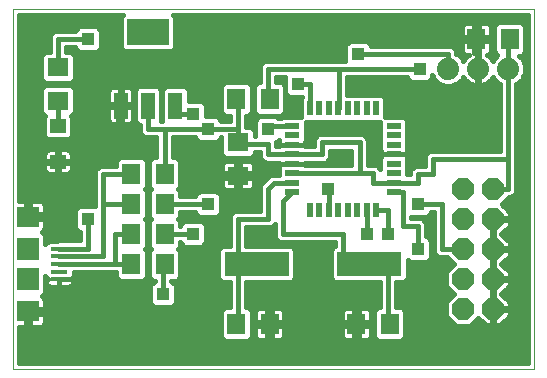
<source format=gtl>
G75*
%MOIN*%
%OFA0B0*%
%FSLAX25Y25*%
%IPPOS*%
%LPD*%
%AMOC8*
5,1,8,0,0,1.08239X$1,22.5*
%
%ADD10C,0.00000*%
%ADD11R,0.06299X0.07087*%
%ADD12R,0.07087X0.06299*%
%ADD13R,0.05512X0.04724*%
%ADD14R,0.05000X0.02200*%
%ADD15R,0.02200X0.05000*%
%ADD16R,0.05512X0.01378*%
%ADD17R,0.07480X0.07087*%
%ADD18R,0.07480X0.07480*%
%ADD19OC8,0.07400*%
%ADD20C,0.07400*%
%ADD21R,0.21654X0.07874*%
%ADD22R,0.04800X0.08800*%
%ADD23R,0.14173X0.08661*%
%ADD24C,0.01600*%
%ADD25R,0.04362X0.04362*%
D10*
X0010500Y0006000D02*
X0010500Y0125961D01*
X0184201Y0125961D01*
X0184201Y0006000D01*
X0010500Y0006000D01*
D11*
X0049988Y0041000D03*
X0061012Y0041000D03*
X0061012Y0051000D03*
X0049988Y0051000D03*
X0049988Y0061000D03*
X0061012Y0061000D03*
X0061012Y0071000D03*
X0049988Y0071000D03*
X0084988Y0096000D03*
X0096012Y0096000D03*
X0164988Y0116000D03*
X0176012Y0116000D03*
X0136012Y0021000D03*
X0124988Y0021000D03*
X0096012Y0021000D03*
X0084988Y0021000D03*
D12*
X0085500Y0070488D03*
X0085500Y0081512D03*
X0025500Y0095488D03*
X0025500Y0106512D03*
D13*
X0025500Y0086906D03*
X0025500Y0075094D03*
D14*
X0103600Y0074425D03*
X0103600Y0077575D03*
X0103600Y0080724D03*
X0103600Y0083874D03*
X0103600Y0087024D03*
X0103600Y0071276D03*
X0103600Y0068126D03*
X0103600Y0064976D03*
X0137400Y0064976D03*
X0137400Y0068126D03*
X0137400Y0071276D03*
X0137400Y0074425D03*
X0137400Y0077575D03*
X0137400Y0080724D03*
X0137400Y0083874D03*
X0137400Y0087024D03*
D15*
X0131524Y0092900D03*
X0128374Y0092900D03*
X0125224Y0092900D03*
X0122075Y0092900D03*
X0118925Y0092900D03*
X0115776Y0092900D03*
X0112626Y0092900D03*
X0109476Y0092900D03*
X0109476Y0059100D03*
X0112626Y0059100D03*
X0115776Y0059100D03*
X0118925Y0059100D03*
X0122075Y0059100D03*
X0125224Y0059100D03*
X0128374Y0059100D03*
X0131524Y0059100D03*
D16*
X0025933Y0046118D03*
X0025933Y0043559D03*
X0025933Y0041000D03*
X0025933Y0038441D03*
X0025933Y0035882D03*
D17*
X0015500Y0025252D03*
X0015500Y0056748D03*
D18*
X0015500Y0046000D03*
X0015500Y0036000D03*
D19*
X0160500Y0036000D03*
X0170500Y0036000D03*
X0170500Y0046000D03*
X0160500Y0046000D03*
X0160500Y0056000D03*
X0170500Y0056000D03*
X0170500Y0066000D03*
X0160500Y0066000D03*
X0160500Y0026000D03*
X0170500Y0026000D03*
D20*
X0165500Y0106000D03*
X0155500Y0106000D03*
X0175500Y0106000D03*
D21*
X0129201Y0041000D03*
X0091799Y0041000D03*
D22*
X0064600Y0093800D03*
X0055500Y0093800D03*
X0046400Y0093800D03*
D23*
X0055500Y0118201D03*
D24*
X0046413Y0117896D02*
X0039681Y0117896D01*
X0039681Y0119010D02*
X0038510Y0120181D01*
X0032490Y0120181D01*
X0031319Y0119010D01*
X0031319Y0118800D01*
X0024943Y0118800D01*
X0023914Y0118374D01*
X0023126Y0117586D01*
X0022700Y0116557D01*
X0022700Y0111661D01*
X0021128Y0111661D01*
X0019957Y0110490D01*
X0019957Y0102534D01*
X0021128Y0101362D01*
X0029872Y0101362D01*
X0031043Y0102534D01*
X0031043Y0110490D01*
X0029872Y0111661D01*
X0028300Y0111661D01*
X0028300Y0113200D01*
X0031319Y0113200D01*
X0031319Y0112990D01*
X0032490Y0111819D01*
X0038510Y0111819D01*
X0039681Y0112990D01*
X0039681Y0119010D01*
X0039196Y0119494D02*
X0046413Y0119494D01*
X0046413Y0121093D02*
X0012500Y0121093D01*
X0012500Y0119494D02*
X0031804Y0119494D01*
X0035500Y0116000D02*
X0025500Y0116000D01*
X0025500Y0106512D01*
X0019957Y0106706D02*
X0012500Y0106706D01*
X0012500Y0105108D02*
X0019957Y0105108D01*
X0019957Y0103509D02*
X0012500Y0103509D01*
X0012500Y0101911D02*
X0020580Y0101911D01*
X0021128Y0100638D02*
X0019957Y0099466D01*
X0019957Y0091510D01*
X0021057Y0090409D01*
X0020744Y0090096D01*
X0020744Y0083715D01*
X0021916Y0082543D01*
X0029084Y0082543D01*
X0030256Y0083715D01*
X0030256Y0090096D01*
X0029943Y0090409D01*
X0031043Y0091510D01*
X0031043Y0099466D01*
X0029872Y0100638D01*
X0021128Y0100638D01*
X0020803Y0100312D02*
X0012500Y0100312D01*
X0012500Y0098714D02*
X0019957Y0098714D01*
X0019957Y0097115D02*
X0012500Y0097115D01*
X0012500Y0095517D02*
X0019957Y0095517D01*
X0019957Y0093918D02*
X0012500Y0093918D01*
X0012500Y0092320D02*
X0019957Y0092320D01*
X0020746Y0090721D02*
X0012500Y0090721D01*
X0012500Y0089123D02*
X0020744Y0089123D01*
X0020744Y0087524D02*
X0012500Y0087524D01*
X0012500Y0085926D02*
X0020744Y0085926D01*
X0020744Y0084327D02*
X0012500Y0084327D01*
X0012500Y0082729D02*
X0021730Y0082729D01*
X0022507Y0079257D02*
X0022049Y0079134D01*
X0021639Y0078897D01*
X0021304Y0078562D01*
X0021067Y0078151D01*
X0020944Y0077694D01*
X0020944Y0075476D01*
X0025119Y0075476D01*
X0025119Y0079257D01*
X0022507Y0079257D01*
X0021008Y0077933D02*
X0012500Y0077933D01*
X0012500Y0076334D02*
X0020944Y0076334D01*
X0020944Y0074713D02*
X0020944Y0072495D01*
X0021067Y0072038D01*
X0021304Y0071627D01*
X0021639Y0071292D01*
X0022049Y0071055D01*
X0022507Y0070932D01*
X0025119Y0070932D01*
X0025119Y0074713D01*
X0025881Y0074713D01*
X0025881Y0070932D01*
X0028493Y0070932D01*
X0028951Y0071055D01*
X0029361Y0071292D01*
X0029696Y0071627D01*
X0029933Y0072038D01*
X0030056Y0072495D01*
X0030056Y0074713D01*
X0025881Y0074713D01*
X0025881Y0075476D01*
X0025119Y0075476D01*
X0025119Y0074713D01*
X0020944Y0074713D01*
X0020944Y0073137D02*
X0012500Y0073137D01*
X0012500Y0074736D02*
X0025119Y0074736D01*
X0025500Y0075094D02*
X0025500Y0066000D01*
X0035500Y0066000D01*
X0035500Y0081000D01*
X0045500Y0081000D01*
X0045500Y0091000D01*
X0046400Y0091000D01*
X0046400Y0093800D01*
X0046800Y0093918D02*
X0051100Y0093918D01*
X0050600Y0094200D02*
X0050600Y0098437D01*
X0050477Y0098895D01*
X0050240Y0099305D01*
X0049905Y0099640D01*
X0049495Y0099877D01*
X0049037Y0100000D01*
X0046800Y0100000D01*
X0046800Y0094200D01*
X0050600Y0094200D01*
X0050600Y0093400D02*
X0046800Y0093400D01*
X0046800Y0094200D01*
X0046000Y0094200D01*
X0046000Y0100000D01*
X0043763Y0100000D01*
X0043305Y0099877D01*
X0042895Y0099640D01*
X0042560Y0099305D01*
X0042323Y0098895D01*
X0042200Y0098437D01*
X0042200Y0094200D01*
X0046000Y0094200D01*
X0046000Y0093400D01*
X0046800Y0093400D01*
X0046800Y0087600D01*
X0049037Y0087600D01*
X0049495Y0087723D01*
X0049905Y0087960D01*
X0050240Y0088295D01*
X0050477Y0088705D01*
X0050600Y0089163D01*
X0050600Y0093400D01*
X0050600Y0092320D02*
X0051100Y0092320D01*
X0051100Y0090721D02*
X0050600Y0090721D01*
X0050589Y0089123D02*
X0051100Y0089123D01*
X0051100Y0088572D02*
X0052272Y0087400D01*
X0052700Y0087400D01*
X0052700Y0085443D01*
X0053126Y0084414D01*
X0053914Y0083626D01*
X0054943Y0083200D01*
X0058212Y0083200D01*
X0058212Y0076543D01*
X0057034Y0076543D01*
X0055862Y0075372D01*
X0055862Y0066628D01*
X0056490Y0066000D01*
X0055862Y0065372D01*
X0055862Y0056628D01*
X0056490Y0056000D01*
X0055862Y0055372D01*
X0055862Y0046628D01*
X0056490Y0046000D01*
X0055862Y0045372D01*
X0055862Y0036628D01*
X0057034Y0035457D01*
X0057700Y0035457D01*
X0057700Y0035181D01*
X0057490Y0035181D01*
X0056319Y0034010D01*
X0056319Y0027990D01*
X0057490Y0026819D01*
X0063510Y0026819D01*
X0064681Y0027990D01*
X0064681Y0034010D01*
X0063510Y0035181D01*
X0063300Y0035181D01*
X0063300Y0035457D01*
X0064990Y0035457D01*
X0066161Y0036628D01*
X0066161Y0045372D01*
X0065533Y0046000D01*
X0066161Y0046628D01*
X0066161Y0048200D01*
X0066319Y0048200D01*
X0066319Y0047990D01*
X0067490Y0046819D01*
X0073510Y0046819D01*
X0074681Y0047990D01*
X0074681Y0054010D01*
X0073510Y0055181D01*
X0067490Y0055181D01*
X0066319Y0054010D01*
X0066319Y0053800D01*
X0066161Y0053800D01*
X0066161Y0055372D01*
X0065533Y0056000D01*
X0066161Y0056628D01*
X0066161Y0058200D01*
X0071319Y0058200D01*
X0071319Y0057990D01*
X0072490Y0056819D01*
X0078510Y0056819D01*
X0079681Y0057990D01*
X0079681Y0064010D01*
X0078510Y0065181D01*
X0072490Y0065181D01*
X0071319Y0064010D01*
X0071319Y0063800D01*
X0066161Y0063800D01*
X0066161Y0065372D01*
X0065533Y0066000D01*
X0066161Y0066628D01*
X0066161Y0075372D01*
X0064990Y0076543D01*
X0063812Y0076543D01*
X0063812Y0083200D01*
X0071319Y0083200D01*
X0071319Y0082990D01*
X0072490Y0081819D01*
X0078510Y0081819D01*
X0079681Y0082990D01*
X0079681Y0083200D01*
X0079957Y0083200D01*
X0079957Y0077534D01*
X0081128Y0076362D01*
X0089872Y0076362D01*
X0091043Y0077534D01*
X0091043Y0078200D01*
X0092700Y0078200D01*
X0092700Y0077018D01*
X0093126Y0075989D01*
X0093914Y0075201D01*
X0094943Y0074775D01*
X0099300Y0074775D01*
X0099300Y0074425D01*
X0099300Y0073404D01*
X0099100Y0073204D01*
X0099100Y0070800D01*
X0096943Y0070800D01*
X0095914Y0070374D01*
X0093914Y0068374D01*
X0093126Y0067586D01*
X0092700Y0066557D01*
X0092700Y0058800D01*
X0084943Y0058800D01*
X0083914Y0058374D01*
X0083126Y0057586D01*
X0082700Y0056557D01*
X0082700Y0046937D01*
X0080144Y0046937D01*
X0078972Y0045765D01*
X0078972Y0036235D01*
X0080144Y0035063D01*
X0082700Y0035063D01*
X0082700Y0026543D01*
X0081010Y0026543D01*
X0079839Y0025372D01*
X0079839Y0016628D01*
X0081010Y0015457D01*
X0088966Y0015457D01*
X0090138Y0016628D01*
X0090138Y0025372D01*
X0088966Y0026543D01*
X0088300Y0026543D01*
X0088300Y0035063D01*
X0103454Y0035063D01*
X0104626Y0036235D01*
X0104626Y0045765D01*
X0103454Y0046937D01*
X0088300Y0046937D01*
X0088300Y0053200D01*
X0096057Y0053200D01*
X0097086Y0053626D01*
X0097700Y0054240D01*
X0097700Y0050443D01*
X0098126Y0049414D01*
X0098914Y0048626D01*
X0099943Y0048200D01*
X0117700Y0048200D01*
X0117700Y0046937D01*
X0117546Y0046937D01*
X0116374Y0045765D01*
X0116374Y0036235D01*
X0117546Y0035063D01*
X0132700Y0035063D01*
X0132700Y0026543D01*
X0132034Y0026543D01*
X0130862Y0025372D01*
X0130862Y0016628D01*
X0132034Y0015457D01*
X0139990Y0015457D01*
X0141161Y0016628D01*
X0141161Y0025372D01*
X0139990Y0026543D01*
X0138300Y0026543D01*
X0138300Y0035063D01*
X0140856Y0035063D01*
X0142028Y0036235D01*
X0142028Y0042282D01*
X0142490Y0041819D01*
X0148510Y0041819D01*
X0149681Y0042990D01*
X0149681Y0049010D01*
X0148510Y0050181D01*
X0148300Y0050181D01*
X0148300Y0054057D01*
X0147874Y0055086D01*
X0147086Y0055874D01*
X0146057Y0056300D01*
X0143300Y0056300D01*
X0143300Y0056819D01*
X0148510Y0056819D01*
X0149681Y0057990D01*
X0149681Y0058200D01*
X0150700Y0058200D01*
X0150700Y0045443D01*
X0151126Y0044414D01*
X0151914Y0043626D01*
X0152943Y0043200D01*
X0155239Y0043200D01*
X0157439Y0041000D01*
X0154800Y0038361D01*
X0154800Y0033639D01*
X0157439Y0031000D01*
X0154800Y0028361D01*
X0154800Y0023639D01*
X0158139Y0020300D01*
X0162861Y0020300D01*
X0165641Y0023080D01*
X0168222Y0020500D01*
X0170300Y0020500D01*
X0170300Y0025800D01*
X0170700Y0025800D01*
X0170700Y0026200D01*
X0176000Y0026200D01*
X0176000Y0028278D01*
X0173278Y0031000D01*
X0176000Y0033722D01*
X0176000Y0035800D01*
X0170700Y0035800D01*
X0170700Y0036200D01*
X0176000Y0036200D01*
X0176000Y0038278D01*
X0173278Y0041000D01*
X0176000Y0043722D01*
X0176000Y0045800D01*
X0170700Y0045800D01*
X0170700Y0046200D01*
X0176000Y0046200D01*
X0176000Y0048278D01*
X0173278Y0051000D01*
X0176000Y0053722D01*
X0176000Y0055800D01*
X0170700Y0055800D01*
X0170700Y0056200D01*
X0176000Y0056200D01*
X0176000Y0058278D01*
X0173420Y0060859D01*
X0175761Y0063200D01*
X0176057Y0063200D01*
X0177086Y0063626D01*
X0177874Y0064414D01*
X0178300Y0065443D01*
X0178300Y0100990D01*
X0178729Y0101168D01*
X0180332Y0102771D01*
X0181200Y0104866D01*
X0181200Y0107134D01*
X0180332Y0109229D01*
X0179104Y0110457D01*
X0179990Y0110457D01*
X0181161Y0111628D01*
X0181161Y0120372D01*
X0179990Y0121543D01*
X0172034Y0121543D01*
X0170862Y0120372D01*
X0170862Y0111628D01*
X0171965Y0110526D01*
X0170668Y0109229D01*
X0170381Y0108536D01*
X0170204Y0108883D01*
X0169695Y0109583D01*
X0169083Y0110195D01*
X0168428Y0110671D01*
X0168833Y0110779D01*
X0169243Y0111016D01*
X0169578Y0111351D01*
X0169815Y0111762D01*
X0169938Y0112220D01*
X0169938Y0115225D01*
X0165763Y0115225D01*
X0165763Y0111500D01*
X0165700Y0111500D01*
X0165700Y0106200D01*
X0165300Y0106200D01*
X0165300Y0111500D01*
X0165067Y0111500D01*
X0164213Y0111365D01*
X0164213Y0115225D01*
X0160039Y0115225D01*
X0160039Y0112220D01*
X0160161Y0111762D01*
X0160398Y0111351D01*
X0160733Y0111016D01*
X0161144Y0110779D01*
X0161602Y0110657D01*
X0162552Y0110657D01*
X0161917Y0110195D01*
X0161305Y0109583D01*
X0160796Y0108883D01*
X0160619Y0108536D01*
X0160332Y0109229D01*
X0158729Y0110832D01*
X0158300Y0111010D01*
X0158300Y0111557D01*
X0157874Y0112586D01*
X0157086Y0113374D01*
X0156057Y0113800D01*
X0129681Y0113800D01*
X0129681Y0114010D01*
X0128510Y0115181D01*
X0122490Y0115181D01*
X0121319Y0114010D01*
X0121319Y0108800D01*
X0094943Y0108800D01*
X0093914Y0108374D01*
X0093126Y0107586D01*
X0092700Y0106557D01*
X0092700Y0101543D01*
X0092034Y0101543D01*
X0090862Y0100372D01*
X0090862Y0091628D01*
X0092034Y0090457D01*
X0099990Y0090457D01*
X0101161Y0091628D01*
X0101161Y0100372D01*
X0099990Y0101543D01*
X0098300Y0101543D01*
X0098300Y0103200D01*
X0101319Y0103200D01*
X0101319Y0097990D01*
X0102490Y0096819D01*
X0106676Y0096819D01*
X0106676Y0096528D01*
X0106376Y0096228D01*
X0106376Y0090124D01*
X0100272Y0090124D01*
X0099948Y0089800D01*
X0098891Y0089800D01*
X0098510Y0090181D01*
X0092490Y0090181D01*
X0091319Y0089010D01*
X0091319Y0083800D01*
X0091043Y0083800D01*
X0091043Y0085490D01*
X0089872Y0086661D01*
X0088300Y0086661D01*
X0088300Y0090457D01*
X0088966Y0090457D01*
X0090138Y0091628D01*
X0090138Y0100372D01*
X0088966Y0101543D01*
X0081010Y0101543D01*
X0079839Y0100372D01*
X0079839Y0091628D01*
X0081010Y0090457D01*
X0082700Y0090457D01*
X0082700Y0088800D01*
X0079681Y0088800D01*
X0079681Y0089010D01*
X0078510Y0090181D01*
X0074681Y0090181D01*
X0074681Y0094010D01*
X0073510Y0095181D01*
X0069000Y0095181D01*
X0069000Y0099028D01*
X0067828Y0100200D01*
X0061372Y0100200D01*
X0060200Y0099028D01*
X0060200Y0088800D01*
X0059900Y0088800D01*
X0059900Y0099028D01*
X0058728Y0100200D01*
X0052272Y0100200D01*
X0051100Y0099028D01*
X0051100Y0088572D01*
X0052147Y0087524D02*
X0030256Y0087524D01*
X0030256Y0085926D02*
X0052700Y0085926D01*
X0055500Y0086000D02*
X0061012Y0086000D01*
X0061012Y0071000D01*
X0060500Y0071000D01*
X0055862Y0071539D02*
X0055138Y0071539D01*
X0055138Y0069940D02*
X0055862Y0069940D01*
X0055862Y0068342D02*
X0055138Y0068342D01*
X0055138Y0066743D02*
X0055862Y0066743D01*
X0055138Y0066628D02*
X0054510Y0066000D01*
X0055138Y0065372D01*
X0055138Y0056628D01*
X0054510Y0056000D01*
X0055138Y0055372D01*
X0055138Y0046628D01*
X0054510Y0046000D01*
X0055138Y0045372D01*
X0055138Y0036628D01*
X0053966Y0035457D01*
X0046010Y0035457D01*
X0044839Y0036628D01*
X0044839Y0038200D01*
X0030689Y0038200D01*
X0030689Y0036924D01*
X0030489Y0036724D01*
X0030489Y0035882D01*
X0029647Y0035882D01*
X0029647Y0035882D01*
X0030489Y0035882D01*
X0030489Y0034956D01*
X0030366Y0034498D01*
X0030129Y0034088D01*
X0029794Y0033753D01*
X0029384Y0033516D01*
X0028926Y0033393D01*
X0025933Y0033393D01*
X0025933Y0035752D01*
X0025933Y0035752D01*
X0025933Y0033393D01*
X0022940Y0033393D01*
X0022482Y0033516D01*
X0022072Y0033753D01*
X0021737Y0034088D01*
X0021500Y0034498D01*
X0021377Y0034956D01*
X0021377Y0035882D01*
X0021377Y0036724D01*
X0021240Y0036861D01*
X0021240Y0031431D01*
X0020155Y0030346D01*
X0020345Y0030236D01*
X0020681Y0029900D01*
X0020917Y0029490D01*
X0021040Y0029032D01*
X0021040Y0026052D01*
X0016300Y0026052D01*
X0016300Y0024452D01*
X0021040Y0024452D01*
X0021040Y0021472D01*
X0020917Y0021014D01*
X0020681Y0020603D01*
X0020345Y0020268D01*
X0019935Y0020031D01*
X0019477Y0019909D01*
X0016300Y0019909D01*
X0016300Y0024452D01*
X0014700Y0024452D01*
X0014700Y0019909D01*
X0012500Y0019909D01*
X0012500Y0008000D01*
X0182201Y0008000D01*
X0182201Y0123961D01*
X0063986Y0123961D01*
X0064587Y0123360D01*
X0064587Y0113042D01*
X0063415Y0111870D01*
X0047585Y0111870D01*
X0046413Y0113042D01*
X0046413Y0123360D01*
X0047014Y0123961D01*
X0012500Y0123961D01*
X0012500Y0062091D01*
X0014700Y0062091D01*
X0014700Y0057548D01*
X0016300Y0057548D01*
X0021040Y0057548D01*
X0021040Y0060528D01*
X0020917Y0060986D01*
X0020681Y0061397D01*
X0020345Y0061732D01*
X0019935Y0061969D01*
X0019477Y0062091D01*
X0016300Y0062091D01*
X0016300Y0057548D01*
X0016300Y0055948D01*
X0021040Y0055948D01*
X0021040Y0052968D01*
X0020917Y0052510D01*
X0020681Y0052099D01*
X0020345Y0051764D01*
X0020155Y0051654D01*
X0021240Y0050569D01*
X0021240Y0047698D01*
X0022349Y0048807D01*
X0025108Y0048807D01*
X0025376Y0048918D01*
X0032700Y0048918D01*
X0032700Y0051819D01*
X0032490Y0051819D01*
X0031319Y0052990D01*
X0031319Y0059010D01*
X0032490Y0060181D01*
X0037700Y0060181D01*
X0037700Y0071557D01*
X0038126Y0072586D01*
X0038914Y0073374D01*
X0039943Y0073800D01*
X0044839Y0073800D01*
X0044839Y0075372D01*
X0046010Y0076543D01*
X0053966Y0076543D01*
X0055138Y0075372D01*
X0055138Y0066628D01*
X0055138Y0065145D02*
X0055862Y0065145D01*
X0055862Y0063546D02*
X0055138Y0063546D01*
X0055138Y0061948D02*
X0055862Y0061948D01*
X0055862Y0060349D02*
X0055138Y0060349D01*
X0055138Y0058751D02*
X0055862Y0058751D01*
X0055862Y0057152D02*
X0055138Y0057152D01*
X0054956Y0055554D02*
X0056044Y0055554D01*
X0055862Y0053955D02*
X0055138Y0053955D01*
X0055138Y0052357D02*
X0055862Y0052357D01*
X0055862Y0050758D02*
X0055138Y0050758D01*
X0055138Y0049160D02*
X0055862Y0049160D01*
X0055862Y0047561D02*
X0055138Y0047561D01*
X0054547Y0045963D02*
X0056453Y0045963D01*
X0055862Y0044364D02*
X0055138Y0044364D01*
X0055138Y0042766D02*
X0055862Y0042766D01*
X0055862Y0041167D02*
X0055138Y0041167D01*
X0055138Y0039569D02*
X0055862Y0039569D01*
X0055862Y0037970D02*
X0055138Y0037970D01*
X0054881Y0036372D02*
X0056119Y0036372D01*
X0057083Y0034773D02*
X0030440Y0034773D01*
X0030489Y0036372D02*
X0045095Y0036372D01*
X0044839Y0037970D02*
X0030689Y0037970D01*
X0025933Y0035882D02*
X0035500Y0035882D01*
X0035500Y0031000D01*
X0040500Y0031000D01*
X0040500Y0011000D01*
X0110500Y0011000D01*
X0110500Y0021000D01*
X0096012Y0021000D01*
X0096787Y0020387D02*
X0124213Y0020387D01*
X0124213Y0020225D02*
X0120039Y0020225D01*
X0120039Y0017220D01*
X0120161Y0016762D01*
X0120398Y0016351D01*
X0120733Y0016016D01*
X0121144Y0015779D01*
X0121602Y0015657D01*
X0124213Y0015657D01*
X0124213Y0020225D01*
X0124213Y0021775D01*
X0120039Y0021775D01*
X0120039Y0024780D01*
X0120161Y0025238D01*
X0120398Y0025649D01*
X0120733Y0025984D01*
X0121144Y0026221D01*
X0121602Y0026343D01*
X0124213Y0026343D01*
X0124213Y0021775D01*
X0125763Y0021775D01*
X0125763Y0026343D01*
X0128375Y0026343D01*
X0128833Y0026221D01*
X0129243Y0025984D01*
X0129578Y0025649D01*
X0129815Y0025238D01*
X0129938Y0024780D01*
X0129938Y0021775D01*
X0125763Y0021775D01*
X0125763Y0020225D01*
X0125763Y0015657D01*
X0128375Y0015657D01*
X0128833Y0015779D01*
X0129243Y0016016D01*
X0129578Y0016351D01*
X0129815Y0016762D01*
X0129938Y0017220D01*
X0129938Y0020225D01*
X0125763Y0020225D01*
X0124213Y0020225D01*
X0124988Y0021000D02*
X0124988Y0011000D01*
X0170500Y0011000D01*
X0170500Y0026000D01*
X0170500Y0036000D01*
X0170500Y0046000D01*
X0170500Y0056000D01*
X0170700Y0055800D02*
X0170700Y0046200D01*
X0170300Y0046200D01*
X0170300Y0051500D01*
X0170300Y0055800D01*
X0170700Y0055800D01*
X0170700Y0055554D02*
X0170300Y0055554D01*
X0170300Y0053955D02*
X0170700Y0053955D01*
X0170700Y0052357D02*
X0170300Y0052357D01*
X0170300Y0050758D02*
X0170700Y0050758D01*
X0170700Y0049160D02*
X0170300Y0049160D01*
X0170300Y0047561D02*
X0170700Y0047561D01*
X0170700Y0045963D02*
X0182201Y0045963D01*
X0182201Y0044364D02*
X0176000Y0044364D01*
X0175044Y0042766D02*
X0182201Y0042766D01*
X0182201Y0041167D02*
X0173445Y0041167D01*
X0174709Y0039569D02*
X0182201Y0039569D01*
X0182201Y0037970D02*
X0176000Y0037970D01*
X0176000Y0036372D02*
X0182201Y0036372D01*
X0182201Y0034773D02*
X0176000Y0034773D01*
X0175453Y0033175D02*
X0182201Y0033175D01*
X0182201Y0031576D02*
X0173854Y0031576D01*
X0174300Y0029978D02*
X0182201Y0029978D01*
X0182201Y0028379D02*
X0175899Y0028379D01*
X0176000Y0026781D02*
X0182201Y0026781D01*
X0182201Y0025182D02*
X0176000Y0025182D01*
X0176000Y0025800D02*
X0176000Y0023722D01*
X0172778Y0020500D01*
X0170700Y0020500D01*
X0170700Y0025800D01*
X0176000Y0025800D01*
X0175862Y0023584D02*
X0182201Y0023584D01*
X0182201Y0021985D02*
X0174263Y0021985D01*
X0170700Y0021985D02*
X0170300Y0021985D01*
X0170300Y0023584D02*
X0170700Y0023584D01*
X0170700Y0025182D02*
X0170300Y0025182D01*
X0170300Y0026200D02*
X0170300Y0031500D01*
X0170300Y0035800D01*
X0170700Y0035800D01*
X0170700Y0026200D01*
X0170300Y0026200D01*
X0170300Y0026781D02*
X0170700Y0026781D01*
X0170700Y0028379D02*
X0170300Y0028379D01*
X0170300Y0029978D02*
X0170700Y0029978D01*
X0170700Y0031576D02*
X0170300Y0031576D01*
X0170300Y0033175D02*
X0170700Y0033175D01*
X0170700Y0034773D02*
X0170300Y0034773D01*
X0170300Y0036200D02*
X0170300Y0041500D01*
X0170300Y0045800D01*
X0170700Y0045800D01*
X0170700Y0036200D01*
X0170300Y0036200D01*
X0170300Y0036372D02*
X0170700Y0036372D01*
X0170700Y0037970D02*
X0170300Y0037970D01*
X0170300Y0039569D02*
X0170700Y0039569D01*
X0170700Y0041167D02*
X0170300Y0041167D01*
X0170300Y0042766D02*
X0170700Y0042766D01*
X0170700Y0044364D02*
X0170300Y0044364D01*
X0176000Y0047561D02*
X0182201Y0047561D01*
X0182201Y0049160D02*
X0175118Y0049160D01*
X0173520Y0050758D02*
X0182201Y0050758D01*
X0182201Y0052357D02*
X0174635Y0052357D01*
X0176000Y0053955D02*
X0182201Y0053955D01*
X0182201Y0055554D02*
X0176000Y0055554D01*
X0176000Y0057152D02*
X0182201Y0057152D01*
X0182201Y0058751D02*
X0175527Y0058751D01*
X0173929Y0060349D02*
X0182201Y0060349D01*
X0182201Y0061948D02*
X0174509Y0061948D01*
X0176893Y0063546D02*
X0182201Y0063546D01*
X0182201Y0065145D02*
X0178177Y0065145D01*
X0175500Y0066000D02*
X0175500Y0076000D01*
X0150500Y0076000D01*
X0150500Y0071000D01*
X0145500Y0071000D01*
X0145500Y0068126D01*
X0137400Y0068126D01*
X0137400Y0068000D01*
X0130500Y0068000D01*
X0130500Y0071276D01*
X0126000Y0071276D01*
X0126000Y0081500D01*
X0113500Y0081500D01*
X0113500Y0077500D01*
X0103600Y0077500D01*
X0103600Y0077575D01*
X0095500Y0077575D01*
X0095500Y0081000D01*
X0085500Y0081000D01*
X0085500Y0081512D01*
X0085500Y0086000D01*
X0075500Y0086000D01*
X0061012Y0086000D01*
X0060200Y0089123D02*
X0059900Y0089123D01*
X0059900Y0090721D02*
X0060200Y0090721D01*
X0060200Y0092320D02*
X0059900Y0092320D01*
X0059900Y0093918D02*
X0060200Y0093918D01*
X0060200Y0095517D02*
X0059900Y0095517D01*
X0059900Y0097115D02*
X0060200Y0097115D01*
X0060200Y0098714D02*
X0059900Y0098714D01*
X0055500Y0093800D02*
X0055500Y0086000D01*
X0053213Y0084327D02*
X0030256Y0084327D01*
X0029270Y0082729D02*
X0058212Y0082729D01*
X0058212Y0081130D02*
X0012500Y0081130D01*
X0012500Y0079532D02*
X0058212Y0079532D01*
X0058212Y0077933D02*
X0029992Y0077933D01*
X0029933Y0078151D02*
X0030056Y0077694D01*
X0030056Y0075476D01*
X0025881Y0075476D01*
X0025881Y0079257D01*
X0028493Y0079257D01*
X0028951Y0079134D01*
X0029361Y0078897D01*
X0029696Y0078562D01*
X0029933Y0078151D01*
X0030056Y0076334D02*
X0045801Y0076334D01*
X0044839Y0074736D02*
X0025881Y0074736D01*
X0025881Y0076334D02*
X0025119Y0076334D01*
X0025119Y0077933D02*
X0025881Y0077933D01*
X0025881Y0073137D02*
X0025119Y0073137D01*
X0025119Y0071539D02*
X0025881Y0071539D01*
X0029608Y0071539D02*
X0037700Y0071539D01*
X0037700Y0069940D02*
X0012500Y0069940D01*
X0012500Y0068342D02*
X0037700Y0068342D01*
X0037700Y0066743D02*
X0012500Y0066743D01*
X0012500Y0065145D02*
X0037700Y0065145D01*
X0037700Y0063546D02*
X0012500Y0063546D01*
X0014700Y0061948D02*
X0016300Y0061948D01*
X0016300Y0060349D02*
X0014700Y0060349D01*
X0014700Y0058751D02*
X0016300Y0058751D01*
X0016300Y0057152D02*
X0031319Y0057152D01*
X0031319Y0055554D02*
X0021040Y0055554D01*
X0021040Y0053955D02*
X0031319Y0053955D01*
X0031953Y0052357D02*
X0020829Y0052357D01*
X0021050Y0050758D02*
X0032700Y0050758D01*
X0032700Y0049160D02*
X0021240Y0049160D01*
X0025933Y0046118D02*
X0035500Y0046118D01*
X0035500Y0056000D01*
X0031319Y0058751D02*
X0021040Y0058751D01*
X0021040Y0060349D02*
X0037700Y0060349D01*
X0037700Y0061948D02*
X0019971Y0061948D01*
X0025500Y0061000D02*
X0025500Y0066000D01*
X0021392Y0071539D02*
X0012500Y0071539D01*
X0030056Y0073137D02*
X0038678Y0073137D01*
X0040500Y0071000D02*
X0049988Y0071000D01*
X0055138Y0073137D02*
X0055862Y0073137D01*
X0055862Y0074736D02*
X0055138Y0074736D01*
X0054175Y0076334D02*
X0056825Y0076334D01*
X0063812Y0077933D02*
X0079957Y0077933D01*
X0081262Y0075315D02*
X0081720Y0075438D01*
X0084725Y0075438D01*
X0084725Y0071263D01*
X0084725Y0069713D01*
X0086275Y0069713D01*
X0086275Y0065539D01*
X0089280Y0065539D01*
X0089738Y0065661D01*
X0090149Y0065898D01*
X0090484Y0066233D01*
X0090721Y0066644D01*
X0090843Y0067102D01*
X0090843Y0069713D01*
X0086275Y0069713D01*
X0086275Y0071263D01*
X0090843Y0071263D01*
X0090843Y0073875D01*
X0090721Y0074333D01*
X0090484Y0074743D01*
X0090149Y0075078D01*
X0089738Y0075315D01*
X0089280Y0075438D01*
X0086275Y0075438D01*
X0086275Y0071263D01*
X0084725Y0071263D01*
X0080157Y0071263D01*
X0080157Y0073875D01*
X0080279Y0074333D01*
X0080516Y0074743D01*
X0080851Y0075078D01*
X0081262Y0075315D01*
X0080512Y0074736D02*
X0066161Y0074736D01*
X0066161Y0073137D02*
X0080157Y0073137D01*
X0080157Y0071539D02*
X0066161Y0071539D01*
X0066161Y0069940D02*
X0084725Y0069940D01*
X0084725Y0069713D02*
X0080157Y0069713D01*
X0080157Y0067102D01*
X0080279Y0066644D01*
X0080516Y0066233D01*
X0080851Y0065898D01*
X0081262Y0065661D01*
X0081720Y0065539D01*
X0084725Y0065539D01*
X0084725Y0069713D01*
X0085500Y0070488D02*
X0085500Y0071000D01*
X0095500Y0071000D01*
X0095500Y0074425D01*
X0103600Y0074425D01*
X0099300Y0074425D01*
X0103600Y0074425D01*
X0103600Y0074425D01*
X0103600Y0074425D01*
X0107900Y0074425D01*
X0107900Y0074076D01*
X0123200Y0074076D01*
X0123200Y0078700D01*
X0116300Y0078700D01*
X0116300Y0078057D01*
X0116300Y0076943D01*
X0115874Y0075914D01*
X0115086Y0075126D01*
X0114057Y0074700D01*
X0107900Y0074700D01*
X0107900Y0074425D01*
X0103600Y0074425D01*
X0117500Y0074425D01*
X0117500Y0077000D01*
X0116300Y0077933D02*
X0123200Y0077933D01*
X0123200Y0076334D02*
X0116048Y0076334D01*
X0114144Y0074736D02*
X0123200Y0074736D01*
X0126000Y0071276D02*
X0103600Y0071276D01*
X0103600Y0068126D02*
X0103600Y0068000D01*
X0097500Y0068000D01*
X0095500Y0066000D01*
X0095500Y0056000D01*
X0085500Y0056000D01*
X0085500Y0041000D01*
X0091799Y0041000D01*
X0095500Y0041000D01*
X0104626Y0041167D02*
X0116374Y0041167D01*
X0116374Y0042766D02*
X0104626Y0042766D01*
X0104626Y0044364D02*
X0116374Y0044364D01*
X0116571Y0045963D02*
X0104429Y0045963D01*
X0098380Y0049160D02*
X0088300Y0049160D01*
X0088300Y0050758D02*
X0097700Y0050758D01*
X0097700Y0052357D02*
X0088300Y0052357D01*
X0088300Y0047561D02*
X0117700Y0047561D01*
X0120500Y0051000D02*
X0120500Y0041000D01*
X0129201Y0041000D01*
X0135500Y0041000D01*
X0135500Y0021000D01*
X0136012Y0021000D01*
X0141161Y0020387D02*
X0158052Y0020387D01*
X0156454Y0021985D02*
X0141161Y0021985D01*
X0141161Y0023584D02*
X0154855Y0023584D01*
X0154800Y0025182D02*
X0141161Y0025182D01*
X0138300Y0026781D02*
X0154800Y0026781D01*
X0154818Y0028379D02*
X0138300Y0028379D01*
X0138300Y0029978D02*
X0156417Y0029978D01*
X0156863Y0031576D02*
X0138300Y0031576D01*
X0138300Y0033175D02*
X0155264Y0033175D01*
X0154800Y0034773D02*
X0138300Y0034773D01*
X0142028Y0036372D02*
X0154800Y0036372D01*
X0154800Y0037970D02*
X0142028Y0037970D01*
X0142028Y0039569D02*
X0156008Y0039569D01*
X0157272Y0041167D02*
X0142028Y0041167D01*
X0145500Y0046000D02*
X0145500Y0053500D01*
X0140500Y0053500D01*
X0140500Y0065000D01*
X0137400Y0065000D01*
X0137400Y0064976D01*
X0135500Y0059100D02*
X0131524Y0059100D01*
X0128500Y0059100D02*
X0128374Y0059100D01*
X0128374Y0051000D01*
X0128500Y0051000D01*
X0135500Y0051000D02*
X0135500Y0059100D01*
X0145500Y0061000D02*
X0153500Y0061000D01*
X0153500Y0046000D01*
X0160500Y0046000D01*
X0155673Y0042766D02*
X0149456Y0042766D01*
X0149681Y0044364D02*
X0151176Y0044364D01*
X0150700Y0045963D02*
X0149681Y0045963D01*
X0149681Y0047561D02*
X0150700Y0047561D01*
X0150700Y0049160D02*
X0149531Y0049160D01*
X0150700Y0050758D02*
X0148300Y0050758D01*
X0148300Y0052357D02*
X0150700Y0052357D01*
X0150700Y0053955D02*
X0148300Y0053955D01*
X0147406Y0055554D02*
X0150700Y0055554D01*
X0150700Y0057152D02*
X0148843Y0057152D01*
X0142700Y0070926D02*
X0141900Y0070926D01*
X0141900Y0076354D01*
X0141700Y0076554D01*
X0141700Y0077575D01*
X0141700Y0078596D01*
X0141900Y0078796D01*
X0141900Y0088952D01*
X0140728Y0090124D01*
X0134624Y0090124D01*
X0134624Y0096228D01*
X0133452Y0097400D01*
X0121800Y0097400D01*
X0121800Y0103200D01*
X0141819Y0103200D01*
X0141819Y0102990D01*
X0142990Y0101819D01*
X0149010Y0101819D01*
X0150181Y0102990D01*
X0150181Y0103946D01*
X0150668Y0102771D01*
X0152271Y0101168D01*
X0154366Y0100300D01*
X0156634Y0100300D01*
X0158729Y0101168D01*
X0160332Y0102771D01*
X0160619Y0103464D01*
X0160796Y0103117D01*
X0161305Y0102417D01*
X0161917Y0101805D01*
X0162617Y0101296D01*
X0163389Y0100903D01*
X0164212Y0100635D01*
X0165067Y0100500D01*
X0165300Y0100500D01*
X0165300Y0105800D01*
X0165700Y0105800D01*
X0165700Y0100500D01*
X0165933Y0100500D01*
X0166788Y0100635D01*
X0167611Y0100903D01*
X0168383Y0101296D01*
X0169083Y0101805D01*
X0169695Y0102417D01*
X0170204Y0103117D01*
X0170381Y0103464D01*
X0170668Y0102771D01*
X0172271Y0101168D01*
X0172700Y0100990D01*
X0172700Y0078800D01*
X0149943Y0078800D01*
X0148914Y0078374D01*
X0148126Y0077586D01*
X0147700Y0076557D01*
X0147700Y0073800D01*
X0144943Y0073800D01*
X0143914Y0073374D01*
X0143126Y0072586D01*
X0142700Y0071557D01*
X0142700Y0070926D01*
X0142700Y0071539D02*
X0141900Y0071539D01*
X0141900Y0073137D02*
X0143678Y0073137D01*
X0141900Y0074736D02*
X0147700Y0074736D01*
X0147700Y0076334D02*
X0141900Y0076334D01*
X0141700Y0077575D02*
X0137400Y0077575D01*
X0141700Y0077575D01*
X0141700Y0077933D02*
X0148473Y0077933D01*
X0145500Y0077575D02*
X0145500Y0091000D01*
X0165500Y0091000D01*
X0165500Y0106000D01*
X0165500Y0116000D01*
X0165763Y0116297D02*
X0170862Y0116297D01*
X0169938Y0116775D02*
X0169938Y0119780D01*
X0169815Y0120238D01*
X0169578Y0120649D01*
X0169243Y0120984D01*
X0168833Y0121221D01*
X0168375Y0121343D01*
X0165763Y0121343D01*
X0165763Y0116775D01*
X0164213Y0116775D01*
X0164213Y0115225D01*
X0165763Y0115225D01*
X0165763Y0116775D01*
X0169938Y0116775D01*
X0169938Y0117896D02*
X0170862Y0117896D01*
X0170862Y0119494D02*
X0169938Y0119494D01*
X0169054Y0121093D02*
X0171583Y0121093D01*
X0165763Y0121093D02*
X0164213Y0121093D01*
X0164213Y0121343D02*
X0161602Y0121343D01*
X0161144Y0121221D01*
X0160733Y0120984D01*
X0160398Y0120649D01*
X0160161Y0120238D01*
X0160039Y0119780D01*
X0160039Y0116775D01*
X0164213Y0116775D01*
X0164213Y0121343D01*
X0164213Y0119494D02*
X0165763Y0119494D01*
X0165763Y0117896D02*
X0164213Y0117896D01*
X0164213Y0116297D02*
X0064587Y0116297D01*
X0064587Y0114699D02*
X0122008Y0114699D01*
X0121319Y0113100D02*
X0064587Y0113100D01*
X0064587Y0117896D02*
X0160039Y0117896D01*
X0160039Y0119494D02*
X0064587Y0119494D01*
X0064587Y0121093D02*
X0160922Y0121093D01*
X0160039Y0114699D02*
X0128992Y0114699D01*
X0125500Y0111000D02*
X0155500Y0111000D01*
X0155500Y0106000D01*
X0159472Y0101911D02*
X0161811Y0101911D01*
X0165300Y0101911D02*
X0165700Y0101911D01*
X0165700Y0103509D02*
X0165300Y0103509D01*
X0165300Y0105108D02*
X0165700Y0105108D01*
X0165700Y0106706D02*
X0165300Y0106706D01*
X0165300Y0108305D02*
X0165700Y0108305D01*
X0165700Y0109903D02*
X0165300Y0109903D01*
X0165763Y0111502D02*
X0164213Y0111502D01*
X0164213Y0113100D02*
X0165763Y0113100D01*
X0165763Y0114699D02*
X0164213Y0114699D01*
X0160039Y0113100D02*
X0157360Y0113100D01*
X0158300Y0111502D02*
X0160311Y0111502D01*
X0159658Y0109903D02*
X0161625Y0109903D01*
X0169375Y0109903D02*
X0171342Y0109903D01*
X0170989Y0111502D02*
X0169665Y0111502D01*
X0169938Y0113100D02*
X0170862Y0113100D01*
X0170862Y0114699D02*
X0169938Y0114699D01*
X0175500Y0116000D02*
X0176012Y0116000D01*
X0175500Y0116000D02*
X0175500Y0106000D01*
X0175500Y0076000D01*
X0178300Y0076334D02*
X0182201Y0076334D01*
X0182201Y0074736D02*
X0178300Y0074736D01*
X0178300Y0073137D02*
X0182201Y0073137D01*
X0182201Y0071539D02*
X0178300Y0071539D01*
X0178300Y0069940D02*
X0182201Y0069940D01*
X0182201Y0068342D02*
X0178300Y0068342D01*
X0178300Y0066743D02*
X0182201Y0066743D01*
X0175500Y0066000D02*
X0170500Y0066000D01*
X0178300Y0077933D02*
X0182201Y0077933D01*
X0182201Y0079532D02*
X0178300Y0079532D01*
X0178300Y0081130D02*
X0182201Y0081130D01*
X0182201Y0082729D02*
X0178300Y0082729D01*
X0178300Y0084327D02*
X0182201Y0084327D01*
X0182201Y0085926D02*
X0178300Y0085926D01*
X0178300Y0087524D02*
X0182201Y0087524D01*
X0182201Y0089123D02*
X0178300Y0089123D01*
X0178300Y0090721D02*
X0182201Y0090721D01*
X0182201Y0092320D02*
X0178300Y0092320D01*
X0178300Y0093918D02*
X0182201Y0093918D01*
X0182201Y0095517D02*
X0178300Y0095517D01*
X0178300Y0097115D02*
X0182201Y0097115D01*
X0182201Y0098714D02*
X0178300Y0098714D01*
X0178300Y0100312D02*
X0182201Y0100312D01*
X0182201Y0101911D02*
X0179472Y0101911D01*
X0180638Y0103509D02*
X0182201Y0103509D01*
X0182201Y0105108D02*
X0181200Y0105108D01*
X0181200Y0106706D02*
X0182201Y0106706D01*
X0182201Y0108305D02*
X0180715Y0108305D01*
X0179658Y0109903D02*
X0182201Y0109903D01*
X0182201Y0111502D02*
X0181035Y0111502D01*
X0181161Y0113100D02*
X0182201Y0113100D01*
X0182201Y0114699D02*
X0181161Y0114699D01*
X0181161Y0116297D02*
X0182201Y0116297D01*
X0182201Y0117896D02*
X0181161Y0117896D01*
X0181161Y0119494D02*
X0182201Y0119494D01*
X0182201Y0121093D02*
X0180440Y0121093D01*
X0182201Y0122691D02*
X0064587Y0122691D01*
X0046413Y0122691D02*
X0012500Y0122691D01*
X0012500Y0117896D02*
X0023436Y0117896D01*
X0022700Y0116297D02*
X0012500Y0116297D01*
X0012500Y0114699D02*
X0022700Y0114699D01*
X0022700Y0113100D02*
X0012500Y0113100D01*
X0012500Y0111502D02*
X0020969Y0111502D01*
X0019957Y0109903D02*
X0012500Y0109903D01*
X0012500Y0108305D02*
X0019957Y0108305D01*
X0028300Y0113100D02*
X0031319Y0113100D01*
X0030031Y0111502D02*
X0121319Y0111502D01*
X0121319Y0109903D02*
X0031043Y0109903D01*
X0031043Y0108305D02*
X0093845Y0108305D01*
X0092762Y0106706D02*
X0031043Y0106706D01*
X0031043Y0105108D02*
X0092700Y0105108D01*
X0092700Y0103509D02*
X0031043Y0103509D01*
X0030420Y0101911D02*
X0092700Y0101911D01*
X0090862Y0100312D02*
X0090138Y0100312D01*
X0090138Y0098714D02*
X0090862Y0098714D01*
X0090862Y0097115D02*
X0090138Y0097115D01*
X0090138Y0095517D02*
X0090862Y0095517D01*
X0090862Y0093918D02*
X0090138Y0093918D01*
X0090138Y0092320D02*
X0090862Y0092320D01*
X0091769Y0090721D02*
X0089231Y0090721D01*
X0088300Y0089123D02*
X0091432Y0089123D01*
X0091319Y0087524D02*
X0088300Y0087524D01*
X0090608Y0085926D02*
X0091319Y0085926D01*
X0091319Y0084327D02*
X0091043Y0084327D01*
X0095500Y0086000D02*
X0095500Y0087000D01*
X0103600Y0087000D01*
X0103600Y0087024D01*
X0108100Y0087524D02*
X0132900Y0087524D01*
X0132900Y0088400D02*
X0132900Y0078796D01*
X0133100Y0078596D01*
X0133100Y0077575D01*
X0137400Y0077575D01*
X0137400Y0077575D01*
X0137400Y0077575D01*
X0145500Y0077575D01*
X0141900Y0079532D02*
X0172700Y0079532D01*
X0172700Y0081130D02*
X0141900Y0081130D01*
X0141900Y0082729D02*
X0172700Y0082729D01*
X0172700Y0084327D02*
X0141900Y0084327D01*
X0141900Y0085926D02*
X0172700Y0085926D01*
X0172700Y0087524D02*
X0141900Y0087524D01*
X0141729Y0089123D02*
X0172700Y0089123D01*
X0172700Y0090721D02*
X0134624Y0090721D01*
X0132900Y0088400D02*
X0108100Y0088400D01*
X0108100Y0081946D01*
X0107900Y0081746D01*
X0107900Y0080724D01*
X0103600Y0080724D01*
X0103600Y0080724D01*
X0099300Y0080724D01*
X0099300Y0080375D01*
X0098300Y0080375D01*
X0098300Y0081557D01*
X0098191Y0081819D01*
X0098510Y0081819D01*
X0099100Y0082409D01*
X0099100Y0081946D01*
X0099300Y0081746D01*
X0099300Y0080724D01*
X0103600Y0080724D01*
X0103600Y0080724D01*
X0103600Y0080500D01*
X0110000Y0080500D01*
X0110000Y0086000D01*
X0117500Y0086000D01*
X0112943Y0084300D02*
X0111914Y0083874D01*
X0111126Y0083086D01*
X0110700Y0082057D01*
X0110700Y0080300D01*
X0107900Y0080300D01*
X0107900Y0080724D01*
X0103600Y0080724D01*
X0107900Y0081130D02*
X0110700Y0081130D01*
X0110978Y0082729D02*
X0108100Y0082729D01*
X0108100Y0084327D02*
X0132900Y0084327D01*
X0132900Y0082729D02*
X0128522Y0082729D01*
X0128374Y0083086D02*
X0128800Y0082057D01*
X0128800Y0074076D01*
X0131057Y0074076D01*
X0132086Y0073649D01*
X0132874Y0072862D01*
X0132900Y0072798D01*
X0132900Y0076354D01*
X0133100Y0076554D01*
X0133100Y0077575D01*
X0137400Y0077575D01*
X0133100Y0077933D02*
X0128800Y0077933D01*
X0128800Y0076334D02*
X0132900Y0076334D01*
X0132900Y0074736D02*
X0128800Y0074736D01*
X0132598Y0073137D02*
X0132900Y0073137D01*
X0132900Y0079532D02*
X0128800Y0079532D01*
X0128800Y0081130D02*
X0132900Y0081130D01*
X0128374Y0083086D02*
X0127586Y0083874D01*
X0126557Y0084300D01*
X0112943Y0084300D01*
X0108100Y0085926D02*
X0132900Y0085926D01*
X0134624Y0092320D02*
X0172700Y0092320D01*
X0172700Y0093918D02*
X0134624Y0093918D01*
X0134624Y0095517D02*
X0172700Y0095517D01*
X0172700Y0097115D02*
X0133737Y0097115D01*
X0142899Y0101911D02*
X0121800Y0101911D01*
X0121800Y0100312D02*
X0154337Y0100312D01*
X0156663Y0100312D02*
X0172700Y0100312D01*
X0172700Y0098714D02*
X0121800Y0098714D01*
X0119000Y0092900D02*
X0119000Y0106000D01*
X0146000Y0106000D01*
X0150181Y0103509D02*
X0150362Y0103509D01*
X0151528Y0101911D02*
X0149101Y0101911D01*
X0165500Y0091000D02*
X0170500Y0091000D01*
X0171528Y0101911D02*
X0169189Y0101911D01*
X0119000Y0106000D02*
X0095500Y0106000D01*
X0095500Y0096000D01*
X0096012Y0096000D01*
X0101161Y0095517D02*
X0106376Y0095517D01*
X0106376Y0093918D02*
X0101161Y0093918D01*
X0101161Y0092320D02*
X0106376Y0092320D01*
X0106376Y0090721D02*
X0100254Y0090721D01*
X0101161Y0097115D02*
X0102194Y0097115D01*
X0101319Y0098714D02*
X0101161Y0098714D01*
X0101161Y0100312D02*
X0101319Y0100312D01*
X0101319Y0101911D02*
X0098300Y0101911D01*
X0105500Y0101000D02*
X0109476Y0101000D01*
X0109476Y0092900D01*
X0118925Y0092900D02*
X0119000Y0092900D01*
X0099300Y0081130D02*
X0098300Y0081130D01*
X0092700Y0077933D02*
X0091043Y0077933D01*
X0092983Y0076334D02*
X0065199Y0076334D01*
X0063812Y0079532D02*
X0079957Y0079532D01*
X0079957Y0081130D02*
X0063812Y0081130D01*
X0063812Y0082729D02*
X0071581Y0082729D01*
X0079419Y0082729D02*
X0079957Y0082729D01*
X0085500Y0086000D02*
X0085500Y0096000D01*
X0084988Y0096000D01*
X0079839Y0095517D02*
X0069000Y0095517D01*
X0069000Y0097115D02*
X0079839Y0097115D01*
X0079839Y0098714D02*
X0069000Y0098714D01*
X0064600Y0093800D02*
X0064600Y0091000D01*
X0070500Y0091000D01*
X0074681Y0090721D02*
X0080746Y0090721D01*
X0079568Y0089123D02*
X0082700Y0089123D01*
X0079839Y0092320D02*
X0074681Y0092320D01*
X0074681Y0093918D02*
X0079839Y0093918D01*
X0079839Y0100312D02*
X0030197Y0100312D01*
X0031043Y0098714D02*
X0042274Y0098714D01*
X0042200Y0097115D02*
X0031043Y0097115D01*
X0031043Y0095517D02*
X0042200Y0095517D01*
X0042200Y0093400D02*
X0042200Y0089163D01*
X0042323Y0088705D01*
X0042560Y0088295D01*
X0042895Y0087960D01*
X0043305Y0087723D01*
X0043763Y0087600D01*
X0046000Y0087600D01*
X0046000Y0093400D01*
X0042200Y0093400D01*
X0042200Y0092320D02*
X0031043Y0092320D01*
X0031043Y0093918D02*
X0046000Y0093918D01*
X0046000Y0092320D02*
X0046800Y0092320D01*
X0046800Y0090721D02*
X0046000Y0090721D01*
X0046000Y0089123D02*
X0046800Y0089123D01*
X0042211Y0089123D02*
X0030256Y0089123D01*
X0030254Y0090721D02*
X0042200Y0090721D01*
X0046000Y0095517D02*
X0046800Y0095517D01*
X0046800Y0097115D02*
X0046000Y0097115D01*
X0046000Y0098714D02*
X0046800Y0098714D01*
X0050526Y0098714D02*
X0051100Y0098714D01*
X0051100Y0097115D02*
X0050600Y0097115D01*
X0050600Y0095517D02*
X0051100Y0095517D01*
X0025500Y0095488D02*
X0025500Y0086906D01*
X0040500Y0071000D02*
X0040500Y0061000D01*
X0049988Y0061000D01*
X0040500Y0061000D02*
X0040500Y0043559D01*
X0025933Y0043559D01*
X0025933Y0041000D02*
X0044500Y0041000D01*
X0044500Y0051000D01*
X0049988Y0051000D01*
X0061012Y0051000D02*
X0070500Y0051000D01*
X0074681Y0050758D02*
X0082700Y0050758D01*
X0082700Y0049160D02*
X0074681Y0049160D01*
X0074252Y0047561D02*
X0082700Y0047561D01*
X0079170Y0045963D02*
X0065570Y0045963D01*
X0066161Y0044364D02*
X0078972Y0044364D01*
X0078972Y0042766D02*
X0066161Y0042766D01*
X0066161Y0041167D02*
X0078972Y0041167D01*
X0078972Y0039569D02*
X0066161Y0039569D01*
X0066161Y0037970D02*
X0078972Y0037970D01*
X0078972Y0036372D02*
X0065905Y0036372D01*
X0063917Y0034773D02*
X0082700Y0034773D01*
X0082700Y0033175D02*
X0064681Y0033175D01*
X0064681Y0031576D02*
X0082700Y0031576D01*
X0082700Y0029978D02*
X0064681Y0029978D01*
X0064681Y0028379D02*
X0082700Y0028379D01*
X0082700Y0026781D02*
X0021040Y0026781D01*
X0021040Y0028379D02*
X0056319Y0028379D01*
X0056319Y0029978D02*
X0020603Y0029978D01*
X0021240Y0031576D02*
X0056319Y0031576D01*
X0056319Y0033175D02*
X0021240Y0033175D01*
X0021240Y0034773D02*
X0021426Y0034773D01*
X0021377Y0035882D02*
X0022219Y0035882D01*
X0022219Y0035882D01*
X0021377Y0035882D01*
X0021377Y0036372D02*
X0021240Y0036372D01*
X0025933Y0034773D02*
X0025933Y0034773D01*
X0035500Y0031000D02*
X0035500Y0026000D01*
X0021040Y0023584D02*
X0079839Y0023584D01*
X0079839Y0025182D02*
X0016300Y0025182D01*
X0016300Y0023584D02*
X0014700Y0023584D01*
X0014700Y0021985D02*
X0016300Y0021985D01*
X0016300Y0020387D02*
X0014700Y0020387D01*
X0012500Y0018788D02*
X0079839Y0018788D01*
X0079839Y0017190D02*
X0012500Y0017190D01*
X0012500Y0015591D02*
X0080876Y0015591D01*
X0079839Y0020387D02*
X0020464Y0020387D01*
X0021040Y0021985D02*
X0079839Y0021985D01*
X0084988Y0021000D02*
X0085500Y0021000D01*
X0085500Y0041000D01*
X0088300Y0034773D02*
X0132700Y0034773D01*
X0132700Y0033175D02*
X0088300Y0033175D01*
X0088300Y0031576D02*
X0132700Y0031576D01*
X0132700Y0029978D02*
X0088300Y0029978D01*
X0088300Y0028379D02*
X0132700Y0028379D01*
X0132700Y0026781D02*
X0088300Y0026781D01*
X0090138Y0025182D02*
X0091170Y0025182D01*
X0091185Y0025238D02*
X0091062Y0024780D01*
X0091062Y0021775D01*
X0095237Y0021775D01*
X0095237Y0026343D01*
X0092625Y0026343D01*
X0092167Y0026221D01*
X0091757Y0025984D01*
X0091422Y0025649D01*
X0091185Y0025238D01*
X0091062Y0023584D02*
X0090138Y0023584D01*
X0090138Y0021985D02*
X0091062Y0021985D01*
X0091062Y0020225D02*
X0091062Y0017220D01*
X0091185Y0016762D01*
X0091422Y0016351D01*
X0091757Y0016016D01*
X0092167Y0015779D01*
X0092625Y0015657D01*
X0095237Y0015657D01*
X0095237Y0020225D01*
X0096787Y0020225D01*
X0096787Y0021775D01*
X0100961Y0021775D01*
X0100961Y0024780D01*
X0100839Y0025238D01*
X0100602Y0025649D01*
X0100267Y0025984D01*
X0099856Y0026221D01*
X0099398Y0026343D01*
X0096787Y0026343D01*
X0096787Y0021775D01*
X0095237Y0021775D01*
X0095237Y0020225D01*
X0091062Y0020225D01*
X0090138Y0020387D02*
X0095237Y0020387D01*
X0096787Y0020225D02*
X0096787Y0015657D01*
X0099398Y0015657D01*
X0099856Y0015779D01*
X0100267Y0016016D01*
X0100602Y0016351D01*
X0100839Y0016762D01*
X0100961Y0017220D01*
X0100961Y0020225D01*
X0096787Y0020225D01*
X0096787Y0018788D02*
X0095237Y0018788D01*
X0095237Y0017190D02*
X0096787Y0017190D01*
X0100953Y0017190D02*
X0120047Y0017190D01*
X0120039Y0018788D02*
X0100961Y0018788D01*
X0100961Y0021985D02*
X0120039Y0021985D01*
X0120039Y0023584D02*
X0100961Y0023584D01*
X0100854Y0025182D02*
X0120146Y0025182D01*
X0124213Y0025182D02*
X0125763Y0025182D01*
X0125763Y0023584D02*
X0124213Y0023584D01*
X0124213Y0021985D02*
X0125763Y0021985D01*
X0124988Y0021000D02*
X0110500Y0021000D01*
X0096787Y0021985D02*
X0095237Y0021985D01*
X0095237Y0023584D02*
X0096787Y0023584D01*
X0096787Y0025182D02*
X0095237Y0025182D01*
X0091062Y0018788D02*
X0090138Y0018788D01*
X0090138Y0017190D02*
X0091070Y0017190D01*
X0089101Y0015591D02*
X0131899Y0015591D01*
X0130862Y0017190D02*
X0129930Y0017190D01*
X0129938Y0018788D02*
X0130862Y0018788D01*
X0130862Y0020387D02*
X0125763Y0020387D01*
X0125763Y0018788D02*
X0124213Y0018788D01*
X0124213Y0017190D02*
X0125763Y0017190D01*
X0129938Y0021985D02*
X0130862Y0021985D01*
X0130862Y0023584D02*
X0129938Y0023584D01*
X0129830Y0025182D02*
X0130862Y0025182D01*
X0141161Y0018788D02*
X0182201Y0018788D01*
X0182201Y0017190D02*
X0141161Y0017190D01*
X0140124Y0015591D02*
X0182201Y0015591D01*
X0182201Y0013993D02*
X0012500Y0013993D01*
X0012500Y0012394D02*
X0182201Y0012394D01*
X0182201Y0010796D02*
X0012500Y0010796D01*
X0012500Y0009197D02*
X0182201Y0009197D01*
X0182201Y0020387D02*
X0162948Y0020387D01*
X0164546Y0021985D02*
X0166737Y0021985D01*
X0130500Y0041000D02*
X0129201Y0041000D01*
X0116374Y0039569D02*
X0104626Y0039569D01*
X0104626Y0037970D02*
X0116374Y0037970D01*
X0116374Y0036372D02*
X0104626Y0036372D01*
X0100500Y0051000D02*
X0120500Y0051000D01*
X0115776Y0059100D02*
X0115776Y0066000D01*
X0115500Y0066000D01*
X0103600Y0064976D02*
X0100500Y0061876D01*
X0100500Y0051000D01*
X0097700Y0053955D02*
X0097415Y0053955D01*
X0092700Y0060349D02*
X0079681Y0060349D01*
X0079681Y0061948D02*
X0092700Y0061948D01*
X0092700Y0063546D02*
X0079681Y0063546D01*
X0078546Y0065145D02*
X0092700Y0065145D01*
X0092777Y0066743D02*
X0090747Y0066743D01*
X0090843Y0068342D02*
X0093882Y0068342D01*
X0095481Y0069940D02*
X0086275Y0069940D01*
X0086275Y0068342D02*
X0084725Y0068342D01*
X0084725Y0066743D02*
X0086275Y0066743D01*
X0086275Y0071539D02*
X0084725Y0071539D01*
X0084725Y0073137D02*
X0086275Y0073137D01*
X0086275Y0074736D02*
X0084725Y0074736D01*
X0090488Y0074736D02*
X0099300Y0074736D01*
X0099100Y0073137D02*
X0090843Y0073137D01*
X0090843Y0071539D02*
X0099100Y0071539D01*
X0103000Y0064976D02*
X0103600Y0064976D01*
X0084824Y0058751D02*
X0079681Y0058751D01*
X0078843Y0057152D02*
X0082947Y0057152D01*
X0082700Y0055554D02*
X0065979Y0055554D01*
X0066161Y0057152D02*
X0072157Y0057152D01*
X0074681Y0053955D02*
X0082700Y0053955D01*
X0082700Y0052357D02*
X0074681Y0052357D01*
X0066319Y0053955D02*
X0066161Y0053955D01*
X0066161Y0047561D02*
X0066748Y0047561D01*
X0061012Y0041000D02*
X0060500Y0041000D01*
X0060500Y0031000D01*
X0049988Y0041000D02*
X0044500Y0041000D01*
X0061012Y0061000D02*
X0075500Y0061000D01*
X0072454Y0065145D02*
X0066161Y0065145D01*
X0066161Y0066743D02*
X0080253Y0066743D01*
X0080157Y0068342D02*
X0066161Y0068342D01*
X0046413Y0113100D02*
X0039681Y0113100D01*
X0039681Y0114699D02*
X0046413Y0114699D01*
X0046413Y0116297D02*
X0039681Y0116297D01*
D25*
X0035500Y0116000D03*
X0015500Y0116000D03*
X0070500Y0091000D03*
X0075500Y0086000D03*
X0095500Y0086000D03*
X0117500Y0086000D03*
X0117500Y0077000D03*
X0115500Y0066000D03*
X0128500Y0051000D03*
X0135500Y0051000D03*
X0145500Y0046000D03*
X0145500Y0061000D03*
X0170500Y0091000D03*
X0146000Y0106000D03*
X0125500Y0111000D03*
X0115500Y0116000D03*
X0105500Y0101000D03*
X0085500Y0116000D03*
X0145500Y0121000D03*
X0075500Y0061000D03*
X0070500Y0051000D03*
X0075500Y0031000D03*
X0060500Y0031000D03*
X0045500Y0031000D03*
X0035500Y0026000D03*
X0035500Y0056000D03*
X0025500Y0061000D03*
X0110500Y0021000D03*
M02*

</source>
